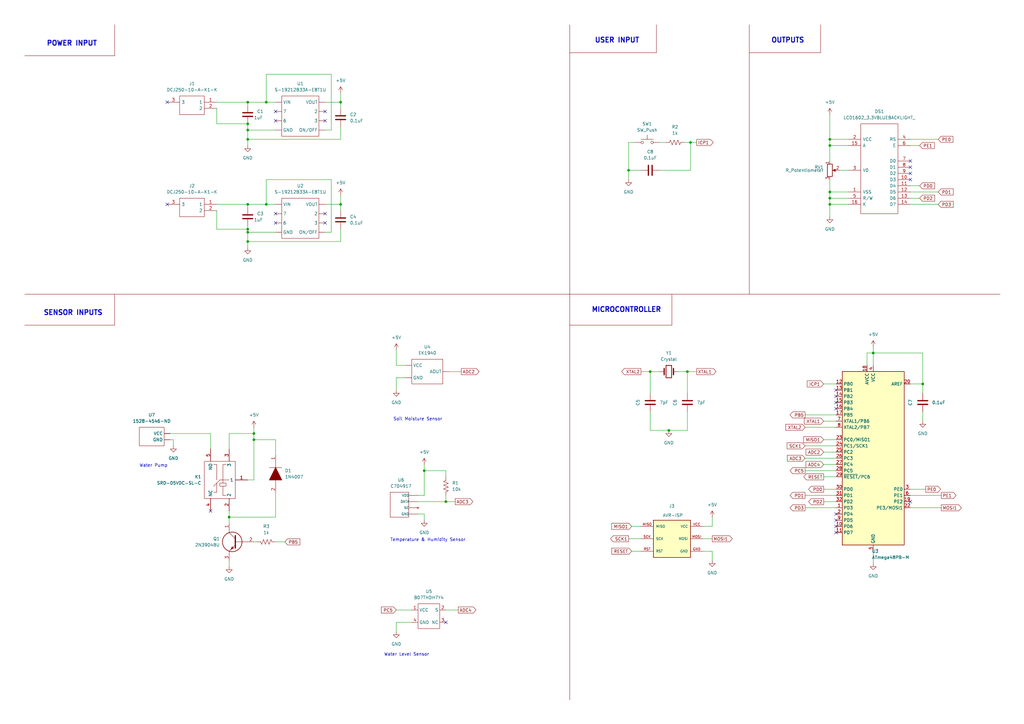
<source format=kicad_sch>
(kicad_sch (version 20211123) (generator eeschema)
  (paper "A3")
  (title_block (title "Automated Plant Feeder") (company "Anastasia Grosch, Ruth Lazare, Demi Muyuela"))
  (lib_symbols
    (symbol "1528-4546-ND_1"
      (property "Reference" "U" (at 0 3.81 0))
      (property "Value" "1528-4546-ND_1" (at 0 1.27 0))
      (symbol "1528-4546-ND_1_0_1"
        (rectangle (start 5.08 0) (end -5.08 -7.62))
      )
      (symbol "1528-4546-ND_1_1_1"
        (pin input line (at 7.62 -5.08 180) (length 2.54) (name "GND") (number ""))
        (pin input line (at 7.62 -2.54 180) (length 2.54) (name "VCC") (number ""))
      )
    )
    (symbol "1N4007:1N4007" (pin_names (offset 0.762))
      (property "Reference" "D" (at 11.43 5.08 0))
      (property "Value" "1N4007" (at 11.43 2.54 0))
      (symbol "1N4007_0_0"
        (pin passive line (at 0 0 0) (length 2.54) (name "~") (number "1"))
        (pin passive line (at 15.24 0 180) (length 2.54) (name "~") (number "2"))
      )
      (symbol "1N4007_0_1"
        (polyline (pts (xy 2.54 0) (xy 5.08 0)) (stroke (width 0.1524)))
        (polyline (pts (xy 5.08 2.54) (xy 5.08 -2.54)) (stroke (width 0.1524)))
        (polyline (pts (xy 10.16 0) (xy 12.7 0)) (stroke (width 0.1524)))
        (polyline (pts (xy 5.08 0) (xy 10.16 2.54) (xy 10.16 -2.54) (xy 5.08 0)) (stroke (width 0.254)) (fill (type outline)))
      )
    )
    (symbol "2N3904BU:2N3904BU" (pin_names (offset 0.762))
      (property "Reference" "Q" (at 13.97 1.27 0))
      (property "Value" "2N3904BU" (at 13.97 -1.27 0))
      (symbol "2N3904BU_0_0"
        (pin passive line (at 10.16 7.62 270) (length 2.54) (name "~") (number "1"))
        (pin passive line (at 0 0 0) (length 2.54) (name "~") (number "2"))
        (pin passive line (at 10.16 -7.62 90) (length 2.54) (name "~") (number "3"))
      )
      (symbol "2N3904BU_0_1"
        (polyline (pts (xy 2.54 0) (xy 7.62 0)) (stroke (width 0.1524)))
        (polyline (pts (xy 7.62 -1.27) (xy 10.16 -3.81)) (stroke (width 0.1524)))
        (polyline (pts (xy 7.62 1.27) (xy 10.16 3.81)) (stroke (width 0.1524)))
        (polyline (pts (xy 7.62 2.54) (xy 7.62 -2.54)) (stroke (width 0.508)))
        (polyline (pts (xy 10.16 -3.81) (xy 10.16 -5.08)) (stroke (width 0.1524)))
        (polyline (pts (xy 10.16 3.81) (xy 10.16 5.08)) (stroke (width 0.1524)))
        (polyline (pts (xy 8.382 -2.54) (xy 8.89 -2.032) (xy 9.398 -3.048) (xy 8.382 -2.54)) (stroke (width 0.254)) (fill (type outline)))
        (circle (center 8.89 0) (radius 4.0132) (stroke (width 0.254)))
      )
    )
    (symbol "ATmega48PB-M_1"
      (property "Reference" "U3" (at 0.5206 -38.1 0))
      (property "Value" "ATmega48PB-M" (at 0.5206 -40.64 0))
      (symbol "ATmega48PB-M_1_0_1"
        (rectangle (start -12.7 -35.56) (end 12.7 35.56) (stroke (width 0.254)) (fill (type background)))
      )
      (symbol "ATmega48PB-M_1_1_1"
        (pin bidirectional line (at 15.24 -20.32 180) (length 2.54) (name "PD3") (number "1"))
        (pin bidirectional line (at 15.24 -27.94 180) (length 2.54) (name "PD6") (number "10"))
        (pin bidirectional line (at 15.24 -30.48 180) (length 2.54) (name "PD7") (number "11"))
        (pin bidirectional line (at 15.24 30.48 180) (length 2.54) (name "PB0") (number "12"))
        (pin bidirectional line (at 15.24 27.94 180) (length 2.54) (name "PB1") (number "13"))
        (pin bidirectional line (at 15.24 25.4 180) (length 2.54) (name "PB2") (number "14"))
        (pin bidirectional line (at 15.24 22.86 180) (length 2.54) (name "PB3") (number "15"))
        (pin bidirectional line (at 15.24 20.32 180) (length 2.54) (name "PB4") (number "16"))
        (pin bidirectional line (at 15.24 17.78 180) (length 2.54) (name "PB5") (number "17"))
        (pin power_in line (at 2.54 38.1 270) (length 2.54) (name "AVCC") (number "18"))
        (pin bidirectional line (at -15.24 -17.78 0) (length 2.54) (name "PE2") (number "19"))
        (pin bidirectional line (at 15.24 -22.86 180) (length 2.54) (name "PD4") (number "2"))
        (pin passive line (at -15.24 30.48 0) (length 2.54) (name "AREF") (number "20"))
        (pin passive line (at 0 -38.1 90) (length 2.54) hide (name "GND") (number "21"))
        (pin bidirectional line (at -15.24 -20.32 0) (length 2.54) (name "PE3/MOSI1") (number "22"))
        (pin bidirectional line (at 15.24 7.62 180) (length 2.54) (name "PC0/MISO1") (number "23"))
        (pin bidirectional line (at 15.24 5.08 180) (length 2.54) (name "PC1/SCK1") (number "24"))
        (pin bidirectional line (at 15.24 2.54 180) (length 2.54) (name "PC2") (number "25"))
        (pin bidirectional line (at 15.24 0 180) (length 2.54) (name "PC3") (number "26"))
        (pin bidirectional line (at 15.24 -2.54 180) (length 2.54) (name "PC4") (number "27"))
        (pin bidirectional line (at 15.24 -5.08 180) (length 2.54) (name "PC5") (number "28"))
        (pin bidirectional line (at 15.24 -7.62 180) (length 2.54) (name "~{RESET}/PC6") (number "29"))
        (pin bidirectional line (at -15.24 -12.7 0) (length 2.54) (name "PE0") (number "3"))
        (pin bidirectional line (at 15.24 -12.7 180) (length 2.54) (name "PD0") (number "30"))
        (pin bidirectional line (at 15.24 -15.24 180) (length 2.54) (name "PD1") (number "31"))
        (pin bidirectional line (at 15.24 -17.78 180) (length 2.54) (name "PD2") (number "32"))
        (pin passive line (at 0 -38.1 90) (length 2.54) hide (name "GND") (number "33"))
        (pin power_in line (at 0 38.1 270) (length 2.54) (name "VCC") (number "4"))
        (pin power_in line (at 0 -38.1 90) (length 2.54) (name "GND") (number "5"))
        (pin bidirectional line (at -15.24 -15.24 0) (length 2.54) (name "PE1") (number "6"))
        (pin bidirectional line (at 15.24 15.24 180) (length 2.54) (name "XTAL1/PB6") (number "7"))
        (pin bidirectional line (at 15.24 12.7 180) (length 2.54) (name "XTAL2/PB7") (number "8"))
        (pin bidirectional line (at 15.24 -25.4 180) (length 2.54) (name "PD5") (number "9"))
      )
    )
    (symbol "AVR-ISP:AVR-ISP" (pin_names (offset 1.016))
      (symbol "AVR-ISP_0_0"
        (rectangle (start -7.62 -7.62) (end 7.62 7.62) (stroke (width 0.254)) (fill (type background)))
        (pin bidirectional line (at 12.7 -5.08 180) (length 5.08) (name "GND") (number "GND"))
        (pin bidirectional line (at -12.7 5.08 0) (length 5.08) (name "MISO") (number "MISO"))
        (pin bidirectional line (at 12.7 0 180) (length 5.08) (name "MOSI") (number "MOSI"))
        (pin bidirectional line (at -12.7 -5.08 0) (length 5.08) (name "RST") (number "RST"))
        (pin bidirectional line (at -12.7 0 0) (length 5.08) (name "SCK") (number "SCK"))
        (pin bidirectional line (at 12.7 5.08 180) (length 5.08) (name "VCC") (number "VCC"))
      )
    )
    (symbol "DCJ250-10-A-K1-K:DCJ250-10-A-K1-K" (pin_names (offset 0.762))
      (property "Reference" "J" (at 16.51 7.62 0))
      (property "Value" "DCJ250-10-A-K1-K" (at 16.51 5.08 0))
      (symbol "DCJ250-10-A-K1-K_0_0"
        (pin passive line (at 0 0 0) (length 5.08) (name "1") (number "1"))
        (pin passive line (at 0 -2.54 0) (length 5.08) (name "2") (number "2"))
        (pin passive line (at 20.32 0 180) (length 5.08) (name "3") (number "3"))
      )
      (symbol "DCJ250-10-A-K1-K_0_1"
        (polyline (pts (xy 5.08 2.54) (xy 15.24 2.54) (xy 15.24 -5.08) (xy 5.08 -5.08) (xy 5.08 2.54)) (stroke (width 0.1524)))
      )
    )
    (symbol "Device:C" (pin_numbers hide) (pin_names (offset 0.254))
      (property "Reference" "C" (at 0.635 2.54 0))
      (property "Value" "C" (at 0.635 -2.54 0))
      (symbol "C_0_1"
        (polyline (pts (xy -2.032 -0.762) (xy 2.032 -0.762)) (stroke (width 0.508)))
        (polyline (pts (xy -2.032 0.762) (xy 2.032 0.762)) (stroke (width 0.508)))
      )
      (symbol "C_1_1"
        (pin passive line (at 0 3.81 270) (length 2.794) (name "~") (number "1"))
        (pin passive line (at 0 -3.81 90) (length 2.794) (name "~") (number "2"))
      )
    )
    (symbol "Device:Crystal" (pin_numbers hide) (pin_names (offset 1.016) hide)
      (property "Reference" "Y" (at 0 3.81 0))
      (property "Value" "Crystal" (at 0 -3.81 0))
      (symbol "Crystal_0_1"
        (rectangle (start -1.143 2.54) (end 1.143 -2.54) (stroke (width 0.3048)))
        (polyline (pts (xy -2.54 0) (xy -1.905 0)))
        (polyline (pts (xy -1.905 -1.27) (xy -1.905 1.27)) (stroke (width 0.508)))
        (polyline (pts (xy 1.905 -1.27) (xy 1.905 1.27)) (stroke (width 0.508)))
        (polyline (pts (xy 2.54 0) (xy 1.905 0)))
      )
      (symbol "Crystal_1_1"
        (pin passive line (at -3.81 0 0) (length 1.27) (name "1") (number "1"))
        (pin passive line (at 3.81 0 180) (length 1.27) (name "2") (number "2"))
      )
    )
    (symbol "Device:R_Potentiometer" (pin_names (offset 1.016) hide)
      (property "Reference" "RV" (at -4.445 0 90))
      (property "Value" "R_Potentiometer" (at -2.54 0 90))
      (symbol "R_Potentiometer_0_1"
        (polyline (pts (xy 2.54 0) (xy 1.524 0)))
        (polyline (pts (xy 1.143 0) (xy 2.286 0.508) (xy 2.286 -0.508) (xy 1.143 0)) (fill (type outline)))
        (rectangle (start 1.016 2.54) (end -1.016 -2.54) (stroke (width 0.254)))
      )
      (symbol "R_Potentiometer_1_1"
        (pin passive line (at 0 3.81 270) (length 1.27) (name "1") (number "1"))
        (pin passive line (at 3.81 0 180) (length 1.27) (name "2") (number "2"))
        (pin passive line (at 0 -3.81 90) (length 1.27) (name "3") (number "3"))
      )
    )
    (symbol "Device:R_US" (pin_numbers hide) (pin_names (offset 0))
      (property "Reference" "R" (at 2.54 0 90))
      (property "Value" "R_US" (at -2.54 0 90))
      (symbol "R_US_0_1"
        (polyline (pts (xy 0 -2.286) (xy 0 -2.54)))
        (polyline (pts (xy 0 2.286) (xy 0 2.54)))
        (polyline (pts (xy 0 -0.762) (xy 1.016 -1.143) (xy 0 -1.524) (xy -1.016 -1.905) (xy 0 -2.286)))
        (polyline (pts (xy 0 0.762) (xy 1.016 0.381) (xy 0 0) (xy -1.016 -0.381) (xy 0 -0.762)))
        (polyline (pts (xy 0 2.286) (xy 1.016 1.905) (xy 0 1.524) (xy -1.016 1.143) (xy 0 0.762)))
      )
      (symbol "R_US_1_1"
        (pin passive line (at 0 3.81 270) (length 1.27) (name "~") (number "1"))
        (pin passive line (at 0 -3.81 90) (length 1.27) (name "~") (number "2"))
      )
    )
    (symbol "HSOP-8A_1"
      (property "Reference" "U2" (at 0 5.08 0))
      (property "Value" "S-19212B33A-E8T1U" (at 0 2.54 0))
      (symbol "HSOP-8A_1_0_1"
        (rectangle (start -7.62 0) (end 7.62 -16.51))
      )
      (symbol "HSOP-8A_1_1_1"
        (pin input line (at -10.16 -6.35 0) (length 2.54) (name "2") (number ""))
        (pin input line (at -10.16 -10.16 0) (length 2.54) (name "3") (number ""))
        (pin input line (at 10.16 -10.16 180) (length 2.54) (name "6") (number ""))
        (pin input line (at 10.16 -6.35 180) (length 2.54) (name "7") (number ""))
        (pin input line (at 10.16 -13.97 180) (length 2.54) (name "GND") (number ""))
        (pin input line (at -10.16 -13.97 0) (length 2.54) (name "ON/OFF") (number ""))
        (pin input line (at 10.16 -2.54 180) (length 2.54) (name "VIN") (number ""))
        (pin passive line (at -10.16 -2.54 0) (length 2.54) (name "VOUT") (number ""))
      )
    )
    (symbol "HSOP-8A_2"
      (property "Reference" "U1" (at 0 5.08 0))
      (property "Value" "HSOP-8A_2" (at 0 2.54 0))
      (symbol "HSOP-8A_2_0_1"
        (rectangle (start -7.62 0) (end 7.62 -16.51))
      )
      (symbol "HSOP-8A_2_1_1"
        (pin input line (at -10.16 -6.35 0) (length 2.54) (name "2") (number ""))
        (pin input line (at -10.16 -10.16 0) (length 2.54) (name "3") (number ""))
        (pin input line (at 10.16 -10.16 180) (length 2.54) (name "6") (number ""))
        (pin input line (at 10.16 -6.35 180) (length 2.54) (name "7") (number ""))
        (pin input line (at 10.16 -13.97 180) (length 2.54) (name "GND") (number ""))
        (pin input line (at -10.16 -13.97 0) (length 2.54) (name "ON/OFF") (number ""))
        (pin input line (at 10.16 -2.54 180) (length 2.54) (name "VIN") (number ""))
        (pin passive line (at -10.16 -2.54 0) (length 2.54) (name "VOUT") (number ""))
      )
    )
    (symbol "LCD1602_3.3VBLUEBACKLIGHT__1" (pin_names (offset 0.762))
      (property "Reference" "DS" (at 21.59 7.62 0))
      (property "Value" "LCD1602_3.3VBLUEBACKLIGHT__1" (at 21.59 5.08 0))
      (symbol "LCD1602_3.3VBLUEBACKLIGHT__1_0_0"
        (pin passive line (at 0 -29.21 0) (length 5.08) (name "VSS") (number "1"))
        (pin passive line (at 25.4 -24.13 180) (length 5.08) (name "D3") (number "10"))
        (pin passive line (at 25.4 -26.67 180) (length 5.08) (name "D4") (number "11"))
        (pin passive line (at 25.4 -29.21 180) (length 5.08) (name "D5") (number "12"))
        (pin passive line (at 25.4 -31.75 180) (length 5.08) (name "D6") (number "13"))
        (pin passive line (at 25.4 -34.29 180) (length 5.08) (name "D7") (number "14"))
        (pin passive line (at 0 -10.16 0) (length 5.08) (name "A") (number "15"))
        (pin passive line (at 0 -34.29 0) (length 5.08) (name "K") (number "16"))
        (pin passive line (at 0 -7.62 0) (length 5.08) (name "VCC") (number "2"))
        (pin passive line (at 0 -20.32 0) (length 5.08) (name "V0") (number "3"))
        (pin passive line (at 25.4 -7.62 180) (length 5.08) (name "RS") (number "4"))
        (pin passive line (at 0 -31.75 0) (length 5.08) (name "R/W") (number "5"))
        (pin passive line (at 25.4 -10.16 180) (length 5.08) (name "E") (number "6"))
        (pin passive line (at 25.4 -16.51 180) (length 5.08) (name "D0") (number "7"))
        (pin passive line (at 25.4 -19.05 180) (length 5.08) (name "D1") (number "8"))
        (pin passive line (at 25.4 -21.59 180) (length 5.08) (name "D2") (number "9"))
      )
      (symbol "LCD1602_3.3VBLUEBACKLIGHT__1_0_1"
        (polyline (pts (xy 5.08 -1.27) (xy 20.32 -1.27) (xy 20.32 -38.1) (xy 5.08 -38.1) (xy 5.08 -1.27)) (stroke (width 0.1524)))
      )
    )
    (symbol "SRD-05VDC-SL-C:B07THDH7Y4"
      (property "Reference" "U" (at 0 3.81 0))
      (property "Value" "B07THDH7Y4" (at 0 1.27 0))
      (symbol "B07THDH7Y4_0_0"
        (pin passive line (at -6.35 -7.62 0) (length 2.54) (name "NC") (number "3"))
      )
      (symbol "B07THDH7Y4_0_1"
        (rectangle (start -3.81 0) (end 5.08 -10.16))
      )
      (symbol "B07THDH7Y4_1_1"
        (pin input line (at 7.62 -2.54 180) (length 2.54) (name "VCC") (number "1"))
        (pin output line (at -6.35 -2.54 0) (length 2.54) (name "S") (number "2"))
        (pin input line (at 7.62 -7.62 180) (length 2.54) (name "GND") (number "4"))
      )
    )
    (symbol "SRD-05VDC-SL-C:SRD-05VDC-SL-C" (pin_names (offset 0.762))
      (property "Reference" "K" (at 19.05 12.7 0))
      (property "Value" "SRD-05VDC-SL-C" (at 19.05 10.16 0))
      (symbol "SRD-05VDC-SL-C_0_0"
        (pin passive line (at 0 0 0) (length 5.08) (name "1") (number "1"))
        (pin passive line (at 7.62 12.7 270) (length 5.08) (name "2") (number "2"))
        (pin passive line (at 7.62 -12.7 90) (length 5.08) (name "3") (number "3"))
        (pin passive line (at 15.24 12.7 270) (length 5.08) (name "NC") (number "4"))
        (pin passive line (at 15.24 -12.7 90) (length 5.08) (name "NO") (number "5"))
      )
      (symbol "SRD-05VDC-SL-C_0_1"
        (polyline (pts (xy 7.62 0) (xy 11.43 0) (xy 13.97 2.54)))
        (polyline (pts (xy 8.89 6.35) (xy 10.16 6.35) (xy 10.16 2.54)))
        (polyline (pts (xy 10.16 1.27) (xy 10.16 -6.35) (xy 8.89 -6.35)))
        (polyline (pts (xy 12.7 0) (xy 12.7 -6.35) (xy 13.97 -6.35)))
        (polyline (pts (xy 12.7 1.27) (xy 12.7 5.08) (xy 13.97 5.08)))
        (polyline (pts (xy 5.08 7.62) (xy 17.78 7.62) (xy 17.78 -7.62) (xy 5.08 -7.62) (xy 5.08 7.62)) (stroke (width 0.1524)))
        (rectangle (start 8.89 2.54) (end 11.43 1.27))
      )
    )
    (symbol "Sensor:EK1940"
      (property "Reference" "U" (at 0 5.08 0))
      (property "Value" "EK1940" (at 0 2.54 0))
      (symbol "EK1940_0_1"
        (rectangle (start -6.35 0) (end 6.35 -10.16))
      )
      (symbol "EK1940_1_1"
        (pin output line (at -8.89 -5.08 0) (length 2.54) (name "AOUT") (number ""))
        (pin input line (at 8.89 -7.62 180) (length 2.54) (name "GND") (number ""))
        (pin power_in line (at 8.89 -2.54 180) (length 2.54) (name "VCC") (number ""))
      )
    )
    (symbol "Switch:SW_Push" (pin_numbers hide) (pin_names (offset 1.016) hide)
      (property "Reference" "SW" (at 1.27 2.54 0))
      (property "Value" "SW_Push" (at 0 -1.524 0))
      (symbol "SW_Push_0_1"
        (circle (center -2.032 0) (radius 0.508))
        (polyline (pts (xy 0 1.27) (xy 0 3.048)))
        (polyline (pts (xy 2.54 1.27) (xy -2.54 1.27)))
        (circle (center 2.032 0) (radius 0.508))
        (pin passive line (at -5.08 0 0) (length 2.54) (name "1") (number "1"))
        (pin passive line (at 5.08 0 180) (length 2.54) (name "2") (number "2"))
      )
    )
    (symbol "TEM-HUM-DHT11_4P-15.5X12.0MM_:TEM-HUM-DHT11(4P-15.5X12.0MM)" (pin_numbers hide) (pin_names (offset 1.016))
      (property "Reference" "U" (at -3.81 5.08 0))
      (property "Value" "TEM-HUM-DHT11(4P-15.5X12.0MM)" (at -3.81 -6.35 0))
      (symbol "TEM-HUM-DHT11(4P-15.5X12.0MM)_0_0"
        (polyline (pts (xy -3.81 -5.08) (xy -3.81 5.08)) (stroke (width 0.1524)))
        (polyline (pts (xy -3.81 5.08) (xy 3.81 5.08)) (stroke (width 0.1524)))
        (polyline (pts (xy 3.81 -5.08) (xy -3.81 -5.08)) (stroke (width 0.1524)))
        (polyline (pts (xy 3.81 -3.81) (xy 3.81 -5.08)) (stroke (width 0.1524)))
        (polyline (pts (xy 3.81 -1.27) (xy 3.81 -3.81)) (stroke (width 0.1524)))
        (polyline (pts (xy 3.81 1.27) (xy 3.81 -1.27)) (stroke (width 0.1524)))
        (polyline (pts (xy 3.81 3.81) (xy 3.81 1.27)) (stroke (width 0.1524)))
        (polyline (pts (xy 3.81 5.08) (xy 3.81 3.81)) (stroke (width 0.1524)))
        (polyline (pts (xy 5.08 -3.81) (xy 3.81 -3.81)) (stroke (width 0.1524)))
        (polyline (pts (xy 5.08 -1.27) (xy 3.81 -1.27)) (stroke (width 0.1524)))
        (polyline (pts (xy 5.08 1.27) (xy 3.81 1.27)) (stroke (width 0.1524)))
        (polyline (pts (xy 5.08 3.81) (xy 3.81 3.81)) (stroke (width 0.1524)))
        (pin output line (at 7.62 3.81 180) (length 2.54) (name "VDD") (number "1"))
        (pin bidirectional line (at 7.62 1.27 180) (length 2.54) (name "DATA") (number "2"))
        (pin no_connect line (at 7.62 -1.27 180) (length 2.54) (name "NC") (number "3"))
        (pin output line (at 7.62 -3.81 180) (length 2.54) (name "GND") (number "4"))
      )
    )
    (symbol "power:+5V" (power) (pin_names (offset 0))
      (property "Value" "+5V" (at 0 3.556 0))
      (symbol "+5V_0_1"
        (polyline (pts (xy -0.762 1.27) (xy 0 2.54)))
        (polyline (pts (xy 0 0) (xy 0 2.54)))
        (polyline (pts (xy 0 2.54) (xy 0.762 1.27)))
      )
      (symbol "+5V_1_1"
        (pin power_in line (at 0 0 90) (length 0) hide (name "+5V") (number "1"))
      )
    )
    (symbol "power:GND" (power) (pin_names (offset 0))
      (property "Value" "GND" (at 0 -3.81 0))
      (symbol "GND_0_1"
        (polyline (pts (xy 0 0) (xy 0 -1.27) (xy 1.27 -1.27) (xy 0 -2.54) (xy -1.27 -1.27) (xy 0 -1.27)))
      )
      (symbol "GND_1_1"
        (pin power_in line (at 0 0 270) (length 0) hide (name "GND") (number "1"))
      )
    )
  )
  (junction (at 340.36 81.28))
  (junction (at 101.6 50.8))
  (junction (at 104.14 177.8))
  (junction (at 101.6 41.91))
  (junction (at 340.36 59.69))
  (junction (at 340.36 78.74))
  (junction (at 266.7 152.4))
  (junction (at 283.21 58.42))
  (junction (at 101.6 53.34))
  (junction (at 101.6 99.06))
  (junction (at 257.81 69.85))
  (junction (at 274.32 176.53))
  (junction (at 101.6 95.25))
  (junction (at 182.88 205.74))
  (junction (at 281.94 152.4))
  (junction (at 378.46 157.48))
  (junction (at 93.98 212.09))
  (junction (at 104.14 180.34))
  (junction (at 109.22 83.82))
  (junction (at 109.22 41.91))
  (junction (at 358.14 144.78))
  (junction (at 101.6 93.98))
  (junction (at 101.6 57.15))
  (junction (at 139.7 83.82))
  (junction (at 340.36 83.82))
  (junction (at 139.7 41.91))
  (junction (at 173.99 193.04))
  (junction (at 340.36 57.15))
  (junction (at 101.6 83.82))
  (no_connect (at 133.35 45.72))
  (no_connect (at 373.38 205.74))
  (no_connect (at 133.35 49.53))
  (no_connect (at 373.38 66.04))
  (no_connect (at 373.38 68.58))
  (no_connect (at 373.38 71.12))
  (no_connect (at 373.38 73.66))
  (no_connect (at 182.88 255.27))
  (no_connect (at 113.03 87.63))
  (no_connect (at 113.03 91.44))
  (no_connect (at 133.35 87.63))
  (no_connect (at 133.35 91.44))
  (no_connect (at 342.9 213.36))
  (no_connect (at 342.9 210.82))
  (no_connect (at 68.58 41.91))
  (no_connect (at 113.03 45.72))
  (no_connect (at 342.9 215.9))
  (no_connect (at 342.9 218.44))
  (no_connect (at 342.9 162.56))
  (no_connect (at 342.9 165.1))
  (no_connect (at 342.9 167.64))
  (no_connect (at 342.9 160.02))
  (no_connect (at 68.58 83.82))
  (no_connect (at 86.36 209.55))
  (no_connect (at 113.03 49.53))
  (wire (pts (xy 347.98 57.15) (xy 340.36 57.15)))
  (wire (pts (xy 162.56 255.27) (xy 168.91 255.27)))
  (wire (pts (xy 340.36 59.69) (xy 340.36 57.15)))
  (wire (pts (xy 281.94 168.91) (xy 281.94 176.53)))
  (wire (pts (xy 93.98 209.55) (xy 93.98 212.09)))
  (wire (pts (xy 257.81 58.42) (xy 257.81 69.85)))
  (wire (pts (xy 274.32 176.53) (xy 281.94 176.53)))
  (polyline (pts (xy 233.68 120.65) (xy 10.16 120.65)) (stroke (width 0) (type solid) (color 132 0 0 1)))
  (wire (pts (xy 270.51 152.4) (xy 266.7 152.4)))
  (wire (pts (xy 93.98 232.41) (xy 93.98 229.87)))
  (polyline (pts (xy 10.16 133.35) (xy 46.99 133.35)) (stroke (width 0) (type solid) (color 132 0 0 1)))
  (wire (pts (xy 101.6 41.91) (xy 109.22 41.91)))
  (wire (pts (xy 340.36 83.82) (xy 347.98 83.82)))
  (wire (pts (xy 266.7 152.4) (xy 262.89 152.4)))
  (wire (pts (xy 139.7 83.82) (xy 139.7 86.36)))
  (wire (pts (xy 166.37 154.94) (xy 162.56 154.94)))
  (wire (pts (xy 109.22 41.91) (xy 113.03 41.91)))
  (wire (pts (xy 266.7 168.91) (xy 266.7 176.53)))
  (wire (pts (xy 162.56 154.94) (xy 162.56 160.02)))
  (wire (pts (xy 101.6 57.15) (xy 139.7 57.15)))
  (wire (pts (xy 93.98 184.15) (xy 93.98 177.8)))
  (wire (pts (xy 283.21 69.85) (xy 283.21 58.42)))
  (wire (pts (xy 101.6 41.91) (xy 101.6 43.18)))
  (wire (pts (xy 104.14 180.34) (xy 104.14 196.85)))
  (wire (pts (xy 162.56 250.19) (xy 168.91 250.19)))
  (polyline (pts (xy 46.99 120.65) (xy 46.99 133.35)) (stroke (width 0) (type solid) (color 132 0 0 1)))
  (wire (pts (xy 358.14 226.06) (xy 358.14 231.14)))
  (wire (pts (xy 113.03 180.34) (xy 113.03 186.69)))
  (wire (pts (xy 173.99 203.2) (xy 173.99 193.04)))
  (wire (pts (xy 171.45 210.82) (xy 173.99 210.82)))
  (wire (pts (xy 340.36 46.99) (xy 340.36 57.15)))
  (wire (pts (xy 373.38 59.69) (xy 377.19 59.69)))
  (wire (pts (xy 71.12 182.88) (xy 71.12 180.34)))
  (polyline (pts (xy 269.24 21.59) (xy 269.24 10.16)) (stroke (width 0) (type solid) (color 132 0 0 1)))
  (wire (pts (xy 93.98 212.09) (xy 93.98 214.63)))
  (wire (pts (xy 104.14 180.34) (xy 113.03 180.34)))
  (wire (pts (xy 266.7 176.53) (xy 274.32 176.53)))
  (wire (pts (xy 378.46 168.91) (xy 378.46 172.72)))
  (wire (pts (xy 259.08 226.06) (xy 262.89 226.06)))
  (wire (pts (xy 260.35 58.42) (xy 257.81 58.42)))
  (wire (pts (xy 283.21 58.42) (xy 285.75 58.42)))
  (wire (pts (xy 101.6 93.98) (xy 101.6 92.71)))
  (wire (pts (xy 281.94 152.4) (xy 285.75 152.4)))
  (wire (pts (xy 337.82 190.5) (xy 342.9 190.5)))
  (wire (pts (xy 104.14 177.8) (xy 104.14 180.34)))
  (wire (pts (xy 270.51 69.85) (xy 283.21 69.85)))
  (wire (pts (xy 88.9 83.82) (xy 101.6 83.82)))
  (wire (pts (xy 358.14 142.24) (xy 358.14 144.78)))
  (wire (pts (xy 88.9 93.98) (xy 101.6 93.98)))
  (wire (pts (xy 373.38 157.48) (xy 378.46 157.48)))
  (wire (pts (xy 133.35 95.25) (xy 135.89 95.25)))
  (wire (pts (xy 171.45 203.2) (xy 173.99 203.2)))
  (wire (pts (xy 101.6 83.82) (xy 109.22 83.82)))
  (wire (pts (xy 378.46 157.48) (xy 378.46 161.29)))
  (wire (pts (xy 101.6 57.15) (xy 101.6 59.69)))
  (wire (pts (xy 340.36 73.66) (xy 340.36 78.74)))
  (wire (pts (xy 373.38 208.28) (xy 386.08 208.28)))
  (wire (pts (xy 93.98 177.8) (xy 104.14 177.8)))
  (wire (pts (xy 135.89 30.48) (xy 109.22 30.48)))
  (wire (pts (xy 101.6 93.98) (xy 101.6 95.25)))
  (wire (pts (xy 139.7 38.1) (xy 139.7 41.91)))
  (wire (pts (xy 292.1 215.9) (xy 292.1 212.09)))
  (wire (pts (xy 340.36 78.74) (xy 340.36 81.28)))
  (wire (pts (xy 189.23 152.4) (xy 184.15 152.4)))
  (wire (pts (xy 109.22 83.82) (xy 113.03 83.82)))
  (wire (pts (xy 139.7 93.98) (xy 139.7 99.06)))
  (wire (pts (xy 135.89 95.25) (xy 135.89 73.66)))
  (wire (pts (xy 337.82 157.48) (xy 342.9 157.48)))
  (wire (pts (xy 358.14 144.78) (xy 358.14 149.86)))
  (wire (pts (xy 355.6 144.78) (xy 358.14 144.78)))
  (wire (pts (xy 337.82 205.74) (xy 342.9 205.74)))
  (wire (pts (xy 330.2 187.96) (xy 342.9 187.96)))
  (wire (pts (xy 101.6 83.82) (xy 101.6 85.09)))
  (wire (pts (xy 257.81 69.85) (xy 262.89 69.85)))
  (wire (pts (xy 340.36 59.69) (xy 340.36 66.04)))
  (wire (pts (xy 133.35 41.91) (xy 139.7 41.91)))
  (wire (pts (xy 340.36 78.74) (xy 347.98 78.74)))
  (wire (pts (xy 337.82 200.66) (xy 342.9 200.66)))
  (wire (pts (xy 259.08 215.9) (xy 262.89 215.9)))
  (polyline (pts (xy 233.68 10.16) (xy 233.68 120.65)) (stroke (width 0) (type solid) (color 132 0 0 1)))
  (wire (pts (xy 330.2 170.18) (xy 342.9 170.18)))
  (wire (pts (xy 88.9 50.8) (xy 101.6 50.8)))
  (wire (pts (xy 101.6 50.8) (xy 101.6 53.34)))
  (wire (pts (xy 344.17 69.85) (xy 347.98 69.85)))
  (wire (pts (xy 342.9 175.26) (xy 330.2 175.26)))
  (wire (pts (xy 266.7 152.4) (xy 266.7 161.29)))
  (wire (pts (xy 139.7 52.07) (xy 139.7 57.15)))
  (wire (pts (xy 171.45 205.74) (xy 182.88 205.74)))
  (wire (pts (xy 373.38 81.28) (xy 377.19 81.28)))
  (wire (pts (xy 139.7 80.01) (xy 139.7 83.82)))
  (wire (pts (xy 384.81 78.74) (xy 373.38 78.74)))
  (wire (pts (xy 88.9 41.91) (xy 101.6 41.91)))
  (wire (pts (xy 101.6 99.06) (xy 101.6 101.6)))
  (wire (pts (xy 330.2 182.88) (xy 342.9 182.88)))
  (wire (pts (xy 104.14 196.85) (xy 101.6 196.85)))
  (wire (pts (xy 281.94 152.4) (xy 281.94 161.29)))
  (wire (pts (xy 113.03 201.93) (xy 113.03 212.09)))
  (wire (pts (xy 113.03 212.09) (xy 93.98 212.09)))
  (polyline (pts (xy 10.16 22.86) (xy 46.99 22.86)) (stroke (width 0) (type solid) (color 132 0 0 1)))
  (wire (pts (xy 288.29 220.98) (xy 292.1 220.98)))
  (wire (pts (xy 342.9 185.42) (xy 337.82 185.42)))
  (wire (pts (xy 270.51 58.42) (xy 273.05 58.42)))
  (wire (pts (xy 133.35 53.34) (xy 135.89 53.34)))
  (wire (pts (xy 135.89 53.34) (xy 135.89 30.48)))
  (wire (pts (xy 88.9 44.45) (xy 88.9 50.8)))
  (wire (pts (xy 373.38 83.82) (xy 384.81 83.82)))
  (polyline (pts (xy 307.34 10.16) (xy 307.34 120.65)) (stroke (width 0) (type solid) (color 132 0 0 1)))
  (polyline (pts (xy 233.68 120.65) (xy 410.21 120.65)) (stroke (width 0) (type solid) (color 132 0 0 1)))
  (wire (pts (xy 113.03 222.25) (xy 116.84 222.25)))
  (wire (pts (xy 257.81 69.85) (xy 257.81 73.66)))
  (wire (pts (xy 173.99 210.82) (xy 173.99 213.36)))
  (wire (pts (xy 173.99 193.04) (xy 173.99 190.5)))
  (polyline (pts (xy 233.68 133.35) (xy 275.59 133.35)) (stroke (width 0) (type solid) (color 132 0 0 1)))
  (wire (pts (xy 373.38 57.15) (xy 384.81 57.15)))
  (wire (pts (xy 288.29 226.06) (xy 292.1 226.06)))
  (wire (pts (xy 135.89 73.66) (xy 109.22 73.66)))
  (wire (pts (xy 109.22 73.66) (xy 109.22 83.82)))
  (polyline (pts (xy 46.99 10.16) (xy 46.99 22.86)) (stroke (width 0) (type solid) (color 132 0 0 1)))
  (wire (pts (xy 173.99 193.04) (xy 182.88 193.04)))
  (wire (pts (xy 377.19 76.2) (xy 373.38 76.2)))
  (wire (pts (xy 378.46 144.78) (xy 358.14 144.78)))
  (wire (pts (xy 337.82 195.58) (xy 342.9 195.58)))
  (wire (pts (xy 71.12 180.34) (xy 69.85 180.34)))
  (polyline (pts (xy 233.68 120.65) (xy 233.68 196.85)) (stroke (width 0) (type solid) (color 132 0 0 1)))
  (wire (pts (xy 88.9 86.36) (xy 88.9 93.98)))
  (wire (pts (xy 257.81 220.98) (xy 262.89 220.98)))
  (wire (pts (xy 101.6 53.34) (xy 113.03 53.34)))
  (wire (pts (xy 109.22 30.48) (xy 109.22 41.91)))
  (polyline (pts (xy 275.59 133.35) (xy 275.59 120.65)) (stroke (width 0) (type solid) (color 132 0 0 1)))
  (polyline (pts (xy 233.68 196.85) (xy 233.68 287.02)) (stroke (width 0) (type solid) (color 132 0 0 1)))
  (wire (pts (xy 292.1 226.06) (xy 292.1 229.87)))
  (wire (pts (xy 101.6 95.25) (xy 101.6 99.06)))
  (wire (pts (xy 182.88 203.2) (xy 182.88 205.74)))
  (wire (pts (xy 278.13 152.4) (xy 281.94 152.4)))
  (wire (pts (xy 340.36 83.82) (xy 340.36 88.9)))
  (wire (pts (xy 342.9 208.28) (xy 330.2 208.28)))
  (wire (pts (xy 101.6 95.25) (xy 113.03 95.25)))
  (wire (pts (xy 162.56 149.86) (xy 166.37 149.86)))
  (wire (pts (xy 182.88 195.58) (xy 182.88 193.04)))
  (wire (pts (xy 280.67 58.42) (xy 283.21 58.42)))
  (wire (pts (xy 355.6 149.86) (xy 355.6 144.78)))
  (wire (pts (xy 373.38 200.66) (xy 379.73 200.66)))
  (wire (pts (xy 378.46 157.48) (xy 378.46 144.78)))
  (wire (pts (xy 373.38 203.2) (xy 386.08 203.2)))
  (wire (pts (xy 133.35 83.82) (xy 139.7 83.82)))
  (polyline (pts (xy 307.34 21.59) (xy 336.55 21.59)) (stroke (width 0) (type solid) (color 132 0 0 1)))
  (wire (pts (xy 347.98 59.69) (xy 340.36 59.69)))
  (wire (pts (xy 162.56 259.08) (xy 162.56 255.27)))
  (wire (pts (xy 340.36 81.28) (xy 347.98 81.28)))
  (polyline (pts (xy 233.68 21.59) (xy 269.24 21.59)) (stroke (width 0) (type solid) (color 132 0 0 1)))
  (wire (pts (xy 86.36 177.8) (xy 69.85 177.8)))
  (wire (pts (xy 330.2 193.04) (xy 342.9 193.04)))
  (wire (pts (xy 182.88 205.74) (xy 186.69 205.74)))
  (wire (pts (xy 288.29 215.9) (xy 292.1 215.9)))
  (wire (pts (xy 104.14 175.26) (xy 104.14 177.8)))
  (wire (pts (xy 342.9 180.34) (xy 337.82 180.34)))
  (wire (pts (xy 86.36 184.15) (xy 86.36 177.8)))
  (wire (pts (xy 139.7 41.91) (xy 139.7 44.45)))
  (wire (pts (xy 104.14 222.25) (xy 105.41 222.25)))
  (wire (pts (xy 101.6 99.06) (xy 139.7 99.06)))
  (polyline (pts (xy 336.55 21.59) (xy 336.55 10.16)) (stroke (width 0) (type solid) (color 132 0 0 1)))
  (wire (pts (xy 340.36 81.28) (xy 340.36 83.82)))
  (wire (pts (xy 187.96 250.19) (xy 182.88 250.19)))
  (wire (pts (xy 162.56 143.51) (xy 162.56 149.86)))
  (wire (pts (xy 330.2 203.2) (xy 342.9 203.2)))
  (wire (pts (xy 101.6 53.34) (xy 101.6 57.15)))
  (wire (pts (xy 342.9 172.72) (xy 337.82 172.72)))
  (text "Soil Moisture Sensor" (at 161.29 172.72 0) (effects (font (size 1.27 1.27)) (justify left bottom)))
  (text "POWER INPUT" (at 19.05 19.05 0) (effects (font (size 2 2) (thickness 0.4) bold) (justify left bottom)))
  (text "OUTPUTS" (at 316.23 17.78 0) (effects (font (size 2 2) (thickness 0.4) bold) (justify left bottom)))
  (text "Water Level Sensor" (at 157.48 269.24 0) (effects (font (size 1.27 1.27)) (justify left bottom)))
  (text "MICROCONTROLLER" (at 242.57 128.27 0) (effects (font (size 2 2) (thickness 0.4) bold) (justify left bottom)))
  (text "SENSOR INPUTS" (at 17.78 129.54 0) (effects (font (size 2 2) (thickness 0.4) bold) (justify left bottom)))
  (text "Water Pump" (at 57.15 191.77 0) (effects (font (size 1.27 1.27)) (justify left bottom)))
  (text "Temperature & Humidity Sensor" (at 160.02 222.25 0) (effects (font (size 1.27 1.27)) (justify left bottom)))
  (text "USER INPUT" (at 243.84 17.78 0) (effects (font (size 2 2) (thickness 0.4) bold) (justify left bottom)))
  (global_label "SCK1" (shape output) (at 257.81 220.98 180) (property "Intersheet References" "${INTERSHEET_REFS}" (effects hide)))
  (global_label "PD3" (shape input) (at 384.81 83.82 0) (property "Intersheet References" "${INTERSHEET_REFS}" (effects hide)))
  (global_label "PD2" (shape output) (at 337.82 205.74 180) (property "Intersheet References" "${INTERSHEET_REFS}" (effects hide)))
  (global_label "PD0" (shape output) (at 337.82 200.66 180) (property "Intersheet References" "${INTERSHEET_REFS}" (effects hide)))
  (global_label "PE0" (shape output) (at 379.73 200.66 0) (property "Intersheet References" "${INTERSHEET_REFS}" (effects hide)))
  (global_label "XTAL1" (shape output) (at 285.75 152.4 0) (property "Intersheet References" "${INTERSHEET_REFS}" (effects hide)))
  (global_label "PE0" (shape input) (at 384.81 57.15 0) (property "Intersheet References" "${INTERSHEET_REFS}" (effects hide)))
  (global_label "SCK1" (shape input) (at 330.2 182.88 180) (property "Intersheet References" "${INTERSHEET_REFS}" (effects hide)))
  (global_label "XTAL2" (shape input) (at 330.2 175.26 180) (property "Intersheet References" "${INTERSHEET_REFS}" (effects hide)))
  (global_label "PC5" (shape input) (at 162.56 250.19 180) (property "Intersheet References" "${INTERSHEET_REFS}" (effects hide)))
  (global_label "RESET" (shape input) (at 259.08 226.06 180) (property "Intersheet References" "${INTERSHEET_REFS}" (effects hide)))
  (global_label "MISO1" (shape input) (at 259.08 215.9 180) (property "Intersheet References" "${INTERSHEET_REFS}" (effects hide)))
  (global_label "MOSI1" (shape output) (at 292.1 220.98 0) (property "Intersheet References" "${INTERSHEET_REFS}" (effects hide)))
  (global_label "ADC2" (shape output) (at 189.23 152.4 0) (property "Intersheet References" "${INTERSHEET_REFS}" (effects hide)))
  (global_label "ICP1" (shape input) (at 337.82 157.48 180) (property "Intersheet References" "${INTERSHEET_REFS}" (effects hide)))
  (global_label "PB5" (shape output) (at 330.2 170.18 180) (property "Intersheet References" "${INTERSHEET_REFS}" (effects hide)))
  (global_label "XTAL2" (shape output) (at 262.89 152.4 180) (property "Intersheet References" "${INTERSHEET_REFS}" (effects hide)))
  (global_label "MISO1" (shape input) (at 337.82 180.34 180) (property "Intersheet References" "${INTERSHEET_REFS}" (effects hide)))
  (global_label "PD2" (shape input) (at 377.19 81.28 0) (property "Intersheet References" "${INTERSHEET_REFS}" (effects hide)))
  (global_label "PD1" (shape output) (at 330.2 203.2 180) (property "Intersheet References" "${INTERSHEET_REFS}" (effects hide)))
  (global_label "PE1" (shape output) (at 386.08 203.2 0) (property "Intersheet References" "${INTERSHEET_REFS}" (effects hide)))
  (global_label "ICP1" (shape output) (at 285.75 58.42 0) (property "Intersheet References" "${INTERSHEET_REFS}" (effects hide)))
  (global_label "RESET" (shape output) (at 337.82 195.58 180) (property "Intersheet References" "${INTERSHEET_REFS}" (effects hide)))
  (global_label "ADC2" (shape input) (at 337.82 185.42 180) (property "Intersheet References" "${INTERSHEET_REFS}" (effects hide)))
  (global_label "XTAL1" (shape input) (at 337.82 172.72 180) (property "Intersheet References" "${INTERSHEET_REFS}" (effects hide)))
  (global_label "PB5" (shape input) (at 116.84 222.25 0) (property "Intersheet References" "${INTERSHEET_REFS}" (effects hide)))
  (global_label "PD3" (shape output) (at 330.2 208.28 180) (property "Intersheet References" "${INTERSHEET_REFS}" (effects hide)))
  (global_label "PD0" (shape input) (at 377.19 76.2 0) (property "Intersheet References" "${INTERSHEET_REFS}" (effects hide)))
  (global_label "PE1" (shape input) (at 377.19 59.69 0) (property "Intersheet References" "${INTERSHEET_REFS}" (effects hide)))
  (global_label "ADC3" (shape input) (at 330.2 187.96 180) (property "Intersheet References" "${INTERSHEET_REFS}" (effects hide)))
  (global_label "ADC3" (shape output) (at 186.69 205.74 0) (property "Intersheet References" "${INTERSHEET_REFS}" (effects hide)))
  (global_label "PD1" (shape input) (at 384.81 78.74 0) (property "Intersheet References" "${INTERSHEET_REFS}" (effects hide)))
  (global_label "ADC4" (shape output) (at 187.96 250.19 0) (property "Intersheet References" "${INTERSHEET_REFS}" (effects hide)))
  (global_label "PC5" (shape output) (at 330.2 193.04 180) (property "Intersheet References" "${INTERSHEET_REFS}" (effects hide)))
  (global_label "MOSI1" (shape output) (at 386.08 208.28 0) (property "Intersheet References" "${INTERSHEET_REFS}" (effects hide)))
  (global_label "ADC4" (shape input) (at 337.82 190.5 180) (property "Intersheet References" "${INTERSHEET_REFS}" (effects hide)))
  (symbol (lib_id "Device:C") (at 378.46 165.1 0) (unit 1)
    (property "Reference" "C7" (at 373.38 165.1 90))
    (property "Value" "0.1uF" (at 382.27 165.0999 0) (effects (justify left)))
    (property "Footprint" "Capacitor_SMD:C_0603_1608Metric" (effects hide))
  )
  (symbol (lib_id "Switch:SW_Push") (at 265.43 58.42 0) (unit 1)
    (property "Reference" "SW1" (at 265.43 50.8 0))
    (property "Value" "SW_Push" (at 265.43 53.34 0))
    (property "Footprint" "Button_Switch_SMD:SW_Push_1P1T_NO_6x6mm_H9.5mm" (effects hide))
  )
  (symbol (lib_id "power:GND") (at 257.81 73.66 0) (unit 1)
    (property "Reference" "#PWR0102" (effects hide))
    (property "Value" "GND" (at 257.81 78.74 0))
  )
  (symbol (lib_id "power:GND") (at 101.6 101.6 0) (unit 1)
    (property "Reference" "#PWR0110" (effects hide))
    (property "Value" "GND" (at 101.6 106.68 0))
  )
  (symbol (lib_id "DCJ250-10-A-K1-K:DCJ250-10-A-K1-K") (at 88.9 41.91 0) (mirror y) (unit 1)
    (property "Reference" "J1" (at 78.74 34.29 0))
    (property "Value" "DCJ250-10-A-K1-K" (at 78.74 36.83 0))
    (property "Footprint" "DCJ25010AK1K" (effects hide))
    (property "Datasheet" "https://gct.co/files/drawings/dcj250-10.pdf" (effects hide))
    (property "Description" "GCT (GLOBAL CONNECTOR TECHNOLOGY) - DCJ250-10-A-K1-K - DC POWER JACK, 5A, 20VDC, BLACK" (effects hide))
    (property "Height" "11" (effects hide))
    (property "Manufacturer_Name" "GCT (GLOBAL CONNECTOR TECHNOLOGY)" (effects hide))
    (property "Manufacturer_Part_Number" "DCJ250-10-A-K1-K" (effects hide))
    (property "Mouser Part Number" "640-DCJ250-10-A-K1-K" (effects hide))
    (property "Mouser Price/Stock" "https://www.mouser.co.uk/ProductDetail/GCT/DCJ250-10-A-K1-K?qs=KUoIvG%2F9Ila%2F1IOjXko%2FPQ%3D%3D" (effects hide))
  )
  (symbol (lib_id "power:+5V") (at 173.99 190.5 0) (mirror y) (unit 1)
    (property "Reference" "#PWR0116" (effects hide))
    (property "Value" "+5V" (at 173.99 185.42 0))
  )
  (symbol (lib_id "TEM-HUM-DHT11_4P-15.5X12.0MM_:TEM-HUM-DHT11(4P-15.5X12.0MM)") (at 163.83 207.01 0) (unit 1)
    (property "Reference" "U6" (at 164.465 196.85 0))
    (property "Value" " C704917" (at 164.465 199.39 0))
    (property "Footprint" "SNR4-2.54-15.5X12.0X5.5MM" (effects hide))
    (property "MPN" "DHT11" (effects hide))
  )
  (symbol (lib_id "power:GND") (at 358.14 231.14 0) (mirror y) (unit 1)
    (property "Reference" "#PWR0120" (effects hide))
    (property "Value" "GND" (at 358.14 236.22 0))
  )
  (symbol (lib_id "Device:C") (at 266.7 165.1 0) (unit 1)
    (property "Reference" "C5" (at 261.62 165.1 90))
    (property "Value" "7pF" (at 270.51 165.0999 0) (effects (justify left)))
    (property "Footprint" "Capacitor_SMD:C_0603_1608Metric" (effects hide))
  )
  (symbol (lib_id "power:+5V") (at 104.14 175.26 0) (mirror y) (unit 1)
    (property "Reference" "#PWR0117" (effects hide))
    (property "Value" "+5V" (at 104.14 170.18 0))
  )
  (symbol (lib_id "power:+5V") (at 340.36 46.99 0) (unit 1)
    (property "Reference" "#PWR0115" (effects hide))
    (property "Value" "+5V" (at 340.36 41.91 0))
  )
  (symbol (lib_id "power:+5V") (at 358.14 142.24 0) (mirror y) (unit 1)
    (property "Reference" "#PWR0119" (effects hide))
    (property "Value" "+5V" (at 358.14 137.16 0))
  )
  (symbol (lib_id "power:GND") (at 162.56 259.08 0) (mirror y) (unit 1)
    (property "Reference" "#PWR0106" (effects hide))
    (property "Value" "GND" (at 162.56 264.16 0))
  )
  (symbol (lib_id "Device:C") (at 101.6 46.99 0) (unit 1)
    (property "Reference" "C1" (at 105.41 45.7199 0) (effects (justify left)))
    (property "Value" "1uF" (at 104.14 48.26 0) (effects (justify left)))
    (property "Footprint" "Capacitor_SMD:C_0603_1608Metric" (effects hide))
  )
  (symbol (lib_id "power:GND") (at 162.56 160.02 0) (mirror y) (unit 1)
    (property "Reference" "#PWR0107" (effects hide))
    (property "Value" "GND" (at 162.56 165.1 0))
  )
  (symbol (lib_id "AVR-ISP:AVR-ISP") (at 275.59 220.98 0) (unit 1)
    (property "Reference" "J3" (at 274.32 208.28 0) (effects (justify left bottom)))
    (property "Value" "AVR-ISP" (at 271.78 212.09 0) (effects (justify left bottom)))
    (property "Footprint" "AVR-ISP" (effects hide))
  )
  (symbol (lib_id "SRD-05VDC-SL-C:B07THDH7Y4") (at 176.53 247.65 0) (mirror y) (unit 1)
    (property "Reference" "U5" (at 175.895 242.57 0))
    (property "Value" "B07THDH7Y4" (at 175.895 245.11 0))
  )
  (symbol (lib_id "SRD-05VDC-SL-C:SRD-05VDC-SL-C") (at 101.6 196.85 180) (unit 1)
    (property "Reference" "K1" (at 82.55 195.5799 0) (effects (justify left)))
    (property "Value" "SRD-05VDC-SL-C" (at 82.55 198.1199 0) (effects (justify left)))
    (property "Footprint" "SRD" (effects hide))
    (property "Datasheet" "http://files.microjpm.webnode.com/200001010-dda41de9e1/Songle%20Relay%20Datasheet.pdf" (effects hide))
    (property "Description" "Relay" (effects hide))
    (property "Manufacturer_Name" "Songle Relay" (effects hide))
    (property "Manufacturer_Part_Number" "SRD-05VDC-SL-C" (effects hide))
  )
  (symbol (lib_name "HSOP-8A_2") (lib_id "SRD-05VDC-SL-C:HSOP-8A") (at 123.19 39.37 0) (mirror y) (unit 1)
    (property "Reference" "U1" (at 123.19 34.29 0))
    (property "Value" "S-19212B33A-E8T1U" (at 123.19 36.83 0))
    (property "Footprint" "HSOP-8A:SOIC127P600X175-8N" (effects hide))
  )
  (symbol (lib_id "Device:C") (at 139.7 48.26 0) (unit 1)
    (property "Reference" "C2" (at 143.51 46.9899 0) (effects (justify left)))
    (property "Value" "0.1uF" (at 143.51 49.5299 0) (effects (justify left)))
    (property "Footprint" "Capacitor_SMD:C_0603_1608Metric" (effects hide))
  )
  (symbol (lib_id "power:GND") (at 274.32 176.53 0) (mirror y) (unit 1)
    (property "Reference" "#PWR0124" (effects hide))
    (property "Value" "GND" (at 274.32 181.61 0))
  )
  (symbol (lib_name "1528-4546-ND_1") (lib_id "SRD-05VDC-SL-C:1528-4546-ND") (at 62.23 175.26 0) (unit 1)
    (property "Reference" "U7" (at 62.23 170.18 0))
    (property "Value" "1528-4546-ND" (at 62.23 172.72 0))
  )
  (symbol (lib_id "power:+5V") (at 292.1 212.09 0) (mirror y) (unit 1)
    (property "Reference" "#PWR0103" (effects hide))
    (property "Value" "+5V" (at 292.1 207.01 0))
  )
  (symbol (lib_id "Device:R_US") (at 276.86 58.42 90) (unit 1)
    (property "Reference" "R2" (at 276.86 52.07 90))
    (property "Value" "1k" (at 276.86 54.61 90))
    (property "Footprint" "Resistor_SMD:R_0603_1608Metric" (effects hide))
  )
  (symbol (lib_id "power:GND") (at 292.1 229.87 0) (mirror y) (unit 1)
    (property "Reference" "#PWR0101" (effects hide))
    (property "Value" "GND" (at 292.1 234.95 0))
  )
  (symbol (lib_id "power:GND") (at 378.46 172.72 0) (mirror y) (unit 1)
    (property "Reference" "#PWR0121" (effects hide))
    (property "Value" "GND" (at 378.46 177.8 0))
  )
  (symbol (lib_name "HSOP-8A_1") (lib_id "SRD-05VDC-SL-C:HSOP-8A") (at 123.19 81.28 0) (mirror y) (unit 1)
    (property "Reference" "U2" (at 123.19 76.2 0))
    (property "Value" "S-19212B33A-E8T1U" (at 123.19 78.74 0))
    (property "Footprint" "HSOP-8A:SOIC127P600X175-8N" (effects hide))
  )
  (symbol (lib_id "Device:C") (at 281.94 165.1 0) (unit 1)
    (property "Reference" "C6" (at 276.86 165.1 90))
    (property "Value" "7pF" (at 285.75 165.0999 0) (effects (justify left)))
    (property "Footprint" "Capacitor_SMD:C_0603_1608Metric" (effects hide))
  )
  (symbol (lib_id "Sensor:EK1940") (at 175.26 147.32 0) (mirror y) (unit 1)
    (property "Reference" "U4" (at 175.26 142.24 0))
    (property "Value" "EK1940" (at 175.26 144.78 0))
  )
  (symbol (lib_id "power:+5V") (at 139.7 80.01 0) (unit 1)
    (property "Reference" "#PWR0104" (effects hide))
    (property "Value" "+5V" (at 139.7 74.93 0))
  )
  (symbol (lib_id "power:GND") (at 340.36 88.9 0) (mirror y) (unit 1)
    (property "Reference" "#PWR0114" (effects hide))
    (property "Value" "GND" (at 340.36 93.98 0))
  )
  (symbol (lib_id "power:GND") (at 173.99 213.36 0) (mirror y) (unit 1)
    (property "Reference" "#PWR0113" (effects hide))
    (property "Value" "GND" (at 173.99 218.44 0))
  )
  (symbol (lib_id "2N3904BU:2N3904BU") (at 104.14 222.25 0) (mirror y) (unit 1)
    (property "Reference" "Q1" (at 90.17 220.9799 0) (effects (justify left)))
    (property "Value" "2N3904BU" (at 90.17 223.5199 0) (effects (justify left)))
    (property "Footprint" "LM431ACZ" (effects hide))
    (property "Datasheet" "http://www.onsemi.com/pub/Collateral/2N3904-D.pdf" (effects hide))
    (property "Description" "Bipolar Trans, NPN 0.2A 40V, 3-Pin TO-92" (effects hide))
    (property "Height" "5.33" (effects hide))
    (property "Manufacturer_Name" "onsemi" (effects hide))
    (property "Manufacturer_Part_Number" "2N3904BU" (effects hide))
    (property "Mouser Part Number" "512-2N3904BU" (effects hide))
    (property "Mouser Price/Stock" "https://www.mouser.co.uk/ProductDetail/ON-Semiconductor-Fairchild/2N3904BU?qs=or4AE2qAS%252Bd0Jdpn%2F8ktKg%3D%3D" (effects hide))
    (property "Arrow Part Number" "2N3904BU" (effects hide))
    (property "Arrow Price/Stock" "https://www.arrow.com/en/products/2n3904bu/on-semiconductor?region=europe" (effects hide))
  )
  (symbol (lib_id "power:+5V") (at 139.7 38.1 0) (unit 1)
    (property "Reference" "#PWR0105" (effects hide))
    (property "Value" "+5V" (at 139.7 33.02 0))
  )
  (symbol (lib_name "LCD1602_3.3VBLUEBACKLIGHT__1") (lib_id "LCD1602_3.3V:LCD1602_3.3VBLUEBACKLIGHT_") (at 347.98 49.53 0) (unit 1)
    (property "Reference" "DS1" (at 360.68 45.72 0))
    (property "Value" "LCD1602_3.3VBLUEBACKLIGHT_" (at 360.68 48.26 0))
    (property "Footprint" "LCD160233VBLUEBACKLIGHT" (effects hide))
    (property "Datasheet" "https://4donline.ihs.com/images/VipMasterIC/IC/WAVS/WAVS-S-A0011519991/WAVS-S-A0011519991-1.pdf?hkey=EF798316E3902B6ED9A73243A3159BB0" (effects hide))
    (property "Description" "16 Characters x 2 Lines, Character LCD module, White Character, Blue Backlight, 3.3V For Logic Circuit" (effects hide))
    (property "Height" "11" (effects hide))
    (property "Manufacturer_Name" "1-Avel" (effects hide))
    (property "Manufacturer_Part_Number" "LCD1602(3.3VBLUEBACKLIGHT)" (effects hide))
  )
  (symbol (lib_id "Device:C") (at 139.7 90.17 0) (unit 1)
    (property "Reference" "C4" (at 143.51 88.8999 0) (effects (justify left)))
    (property "Value" "0.1uF" (at 143.51 91.4399 0) (effects (justify left)))
    (property "Footprint" "Capacitor_SMD:C_0603_1608Metric" (effects hide))
  )
  (symbol (lib_id "power:+5V") (at 162.56 143.51 0) (mirror y) (unit 1)
    (property "Reference" "#PWR0112" (effects hide))
    (property "Value" "+5V" (at 162.56 138.43 0))
  )
  (symbol (lib_id "Device:R_Potentiometer") (at 340.36 69.85 0) (unit 1)
    (property "Reference" "RV1" (at 337.82 68.5799 0) (effects (justify right)))
    (property "Value" "R_Potentiometer" (at 337.82 69.8499 0) (effects (justify right)))
    (property "Footprint" "Potentiometer_THT:Potentiometer_Bourns_3386X_Horizontal" (effects hide))
  )
  (symbol (lib_id "power:GND") (at 101.6 59.69 0) (unit 1)
    (property "Reference" "#PWR0108" (effects hide))
    (property "Value" "GND" (at 101.6 64.77 0))
  )
  (symbol (lib_id "Device:R_US") (at 182.88 199.39 0) (mirror y) (unit 1)
    (property "Reference" "R1" (at 185.42 198.1199 0) (effects (justify right)))
    (property "Value" "10k" (at 185.42 200.6599 0) (effects (justify right)))
    (property "Footprint" "Resistor_SMD:R_0603_1608Metric" (effects hide))
  )
  (symbol (lib_id "Device:C") (at 101.6 88.9 0) (unit 1)
    (property "Reference" "C3" (at 105.41 87.6299 0) (effects (justify left)))
    (property "Value" "1uF" (at 104.14 90.17 0) (effects (justify left)))
    (property "Footprint" "Capacitor_SMD:C_0603_1608Metric" (effects hide))
  )
  (symbol (lib_id "power:GND") (at 71.12 182.88 0) (unit 1)
    (property "Reference" "#PWR0109" (effects hide))
    (property "Value" "GND" (at 71.12 187.96 0))
  )
  (symbol (lib_id "Device:R_US") (at 109.22 222.25 90) (mirror x) (unit 1)
    (property "Reference" "R3" (at 109.22 215.9 90))
    (property "Value" "1k" (at 109.22 218.44 90))
    (property "Footprint" "Resistor_SMD:R_0603_1608Metric" (effects hide))
  )
  (symbol (lib_id "DCJ250-10-A-K1-K:DCJ250-10-A-K1-K") (at 88.9 83.82 0) (mirror y) (unit 1)
    (property "Reference" "J2" (at 78.74 76.2 0))
    (property "Value" "DCJ250-10-A-K1-K" (at 78.74 78.74 0))
    (property "Footprint" "DCJ25010AK1K" (effects hide))
    (property "Datasheet" "https://gct.co/files/drawings/dcj250-10.pdf" (effects hide))
    (property "Description" "GCT (GLOBAL CONNECTOR TECHNOLOGY) - DCJ250-10-A-K1-K - DC POWER JACK, 5A, 20VDC, BLACK" (effects hide))
    (property "Height" "11" (effects hide))
    (property "Manufacturer_Name" "GCT (GLOBAL CONNECTOR TECHNOLOGY)" (effects hide))
    (property "Manufacturer_Part_Number" "DCJ250-10-A-K1-K" (effects hide))
    (property "Mouser Part Number" "640-DCJ250-10-A-K1-K" (effects hide))
    (property "Mouser Price/Stock" "https://www.mouser.co.uk/ProductDetail/GCT/DCJ250-10-A-K1-K?qs=KUoIvG%2F9Ila%2F1IOjXko%2FPQ%3D%3D" (effects hide))
  )
  (symbol (lib_id "Device:Crystal") (at 274.32 152.4 0) (mirror y) (unit 1)
    (property "Reference" "Y1" (at 274.32 144.78 0))
    (property "Value" "Crystal" (at 274.32 147.32 0))
    (property "Footprint" "Crystal:Crystal_HC49-U_Vertical" (effects hide))
  )
  (symbol (lib_id "1N4007:1N4007") (at 113.03 186.69 270) (unit 1)
    (property "Reference" "D1" (at 116.84 193.0399 90) (effects (justify left)))
    (property "Value" "1N4007" (at 116.84 195.5799 90) (effects (justify left)))
    (property "Footprint" "DIOAD1405W86L465D235" (effects hide))
    (property "Datasheet" "http://www.onsemi.com/pub/Collateral/1N4001-D.PDF" (effects hide))
    (property "Description" "Rectifiers 1000V 1A Standard" (effects hide))
    (property "Manufacturer_Name" "onsemi" (effects hide))
    (property "Manufacturer_Part_Number" "1N4007" (effects hide))
    (property "Mouser Part Number" "512-1N4007" (effects hide))
    (property "Mouser Price/Stock" "https://www.mouser.co.uk/ProductDetail/ON-Semiconductor-Fairchild/1N4007?qs=ZbYWOjW8mGpDHeErRxax7Q%3D%3D" (effects hide))
    (property "Arrow Part Number" "1N4007" (effects hide))
    (property "Arrow Price/Stock" "https://www.arrow.com/en/products/1n4007/on-semiconductor" (effects hide))
  )
  (symbol (lib_id "power:GND") (at 93.98 232.41 0) (unit 1)
    (property "Reference" "#PWR0111" (effects hide))
    (property "Value" "GND" (at 93.98 237.49 0))
  )
  (symbol (lib_name "ATmega48PB-M_1") (lib_id "MCU_Microchip_ATmega:ATmega48PB-M") (at 358.14 187.96 0) (mirror y) (unit 1)
    (property "Reference" "U3" (at 357.6194 226.06 0) (effects (justify right)))
    (property "Value" "ATmega48PB-M" (at 357.6194 228.6 0) (effects (justify right)))
    (property "Footprint" "Package_DFN_QFN:QFN-32-1EP_5x5mm_P0.5mm_EP3.1x3.1mm" (effects hide))
    (property "Datasheet" "http://ww1.microchip.com/downloads/en/DeviceDoc/40001909A.pdf" (effects hide))
  )
  (symbol (lib_id "Device:C") (at 266.7 69.85 270) (unit 1)
    (property "Reference" "C8" (at 266.7 62.23 90))
    (property "Value" "0.1uF" (at 266.7 64.77 90))
    (property "Footprint" "Capacitor_SMD:C_0603_1608Metric" (effects hide))
  )
)
</source>
